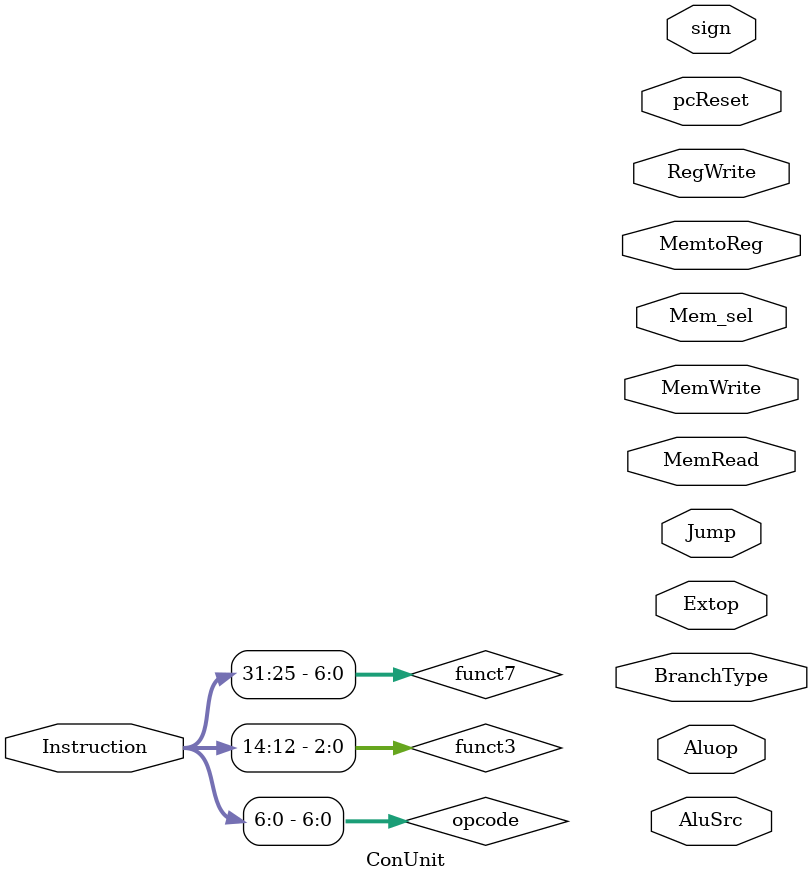
<source format=v>
`timescale 1ns / 1ps


module ConUnit(
    input[31:0] Instruction,
    
    output reg Jump,            //Ìø×ª
    output reg[2:0] BranchType, //branchÀàÐÍ
    output reg MemRead,         //¶Á´æ´¢Æ÷
    output reg MemtoReg,        //ALU- OUT / MEM OUT-> REG
    output reg[4:0] Aluop,      //ALU²Ù×÷
    output reg MemWrite,        //Ð´´æ´¢Æ÷
    output reg AluSrc,          //ALUY µÄÊý¾ÝÀ´Ô´
    output reg RegWrite,        //Ð´¼Ä´æÆ÷
    output reg pcReset,         //pcÖØÖÃ
    output reg sign,            //load/store byte/half wordÊ±²»Âú32Î»µÄÊý¾ÝÎ»·ûºÅÀ©Õ¹»¹ÊÇÎÞ·ûºÅÀ©Õ¹£¬¶ÔÓ¦ÓÚlhu/lh  lbu/lb
    output reg Extop,           //Ext·ûºÅÀ©Õ¹»¹ÊÇÎÞ·ûºÅÀ©Õ¹
    output reg[3:0]Mem_sel      //byte / halfword / word
    );
    reg[6:0] opcode;
    reg[2:0] funct3;
    reg[6:0] funct7;
    always@(*)begin
        opcode <= Instruction[6:0];
        funct3 <= Instruction[14:12];
        funct7 <= Instruction[31:25];
        
        case(opcode)
            7'b0110011:begin//R-TYPE
                Jump<=0;
                BranchType<=3'b000;
                MemRead<=0;
                MemtoReg<=1;//ALU
                MemWrite<=0;
                AluSrc<=0;//REG
                RegWrite<=1;
                pcReset<=0;
                case({funct3,funct7})
                    10'b000_0000000:begin Aluop<=5'b00001;end//add
                    10'b000_0100000:begin Aluop<=5'b00010;end//sub
                    10'b100_0000000:begin Aluop<=5'b00111;end//xor
                    10'b110_0000000:begin Aluop<=5'b00110;end//or
                    10'b111_0000000:begin Aluop<=5'b00101;end//and
                    10'b001_0000000:begin Aluop<=5'b01000;end//sll
                    10'b101_0000000:begin Aluop<=5'b01001;end//srl
                    10'b101_0100000:begin Aluop<=5'b01011;end//sra
                    10'b010_0000000:begin Aluop<=5'b01100;end//slt
                    10'b011_0000000:begin Aluop<=5'b01101;end//sltu
                endcase
           end
           7'b0010011:begin//I-TYPE
                Jump<=0;
                BranchType<=3'b000;
                MemRead<=0;
                MemtoReg<=1;//ALU
                MemWrite<=0;
                AluSrc<=1;//EXT
                RegWrite<=1;
                pcReset<=0;
                
                Mem_sel<=4'b1111;//32Î»
                case(funct3)
                    3'b000:begin Aluop<=5'b00001;end//addi
                    3'b100:begin Aluop<=5'b00111;end//xori
                    3'b110:begin Aluop<=5'b00110;end//ori
                    3'b111:begin Aluop<=5'b00101;end//andi
                    3'b001:begin Aluop<=5'b01000;end//slli ////////////////////////////////unfinished
                    3'b101:begin                    
                        if(Instruction[31:25]==7'b0000000)begin//srli /////////////////////unfinished
                            Aluop<=5'b01001;
                        end
                        else begin
                            Aluop<=5'b01011;//srai ///////////////////////////unfinished
                        end
                    end
                    3'b010:begin Aluop<=5'b01100;end//slti
                    3'b011:begin Aluop<=5'b01101;end//sltiu
                endcase
            end
            7'b0000011:begin//I-TYPE LOAD
                Jump<=0;
                BranchType<=3'b000;
                MemRead<=1;
                MemtoReg<=0;//MEM
                MemWrite<=0;
                AluSrc<=1;//EXT
                RegWrite<=1;
                pcReset<=0;
                Extop<=1;
                Aluop<=5'b000001;
                case(funct3)
                    3'b000:begin Mem_sel<=4'b0001;sign<=1;end//lb
                    3'b001:begin Mem_sel<=4'b0011;sign<=1;end//lh
                    3'b010:begin Mem_sel<=4'b1111;sign<=1;end//lw
                    3'b100:begin Mem_sel<=4'b0001;sign<=0;end//lbu
                    3'b101:begin Mem_sel<=4'b0011;sign<=0;end//lhu
                endcase
            end
            7'b0100011:begin//S-TYPE
                Jump<=0;
                BranchType<=3'b000;
                MemRead<=0;    
                MemWrite<=1;
                AluSrc<=1;//EXT
                RegWrite<=0;
                pcReset<=0;
                Aluop<=5'b000001;
                case(funct3)
                    3'b000:begin Mem_sel<=4'b0001;sign<=1;end//sb
                    3'b001:begin Mem_sel<=4'b0011;sign<=1;end//sh
                    3'b010:begin Mem_sel<=4'b1111;sign<=1;end//sw
                endcase
            end
            7'b1100011:begin//B-TYPE
                Jump<=0;
                MemRead<=0;    
                MemWrite<=0;
                RegWrite<=0;
                pcReset<=0;
                Extop<=0;
                case(funct3)
                    3'b000:begin Aluop<=5'b00010;BranchType<=3'b001;end//beq
                    3'b001:begin Aluop<=5'b00010;BranchType<=3'b010;end//bne
                    3'b100:begin Aluop<=5'b01101;BranchType<=3'b011;end//blt
                    3'b101:begin Aluop<=5'b01101;BranchType<=3'b100;end//bge
                    3'b110:begin Aluop<=5'b01100;BranchType<=3'b101;end//bltu
                    3'b111:begin Aluop<=5'b01100;BranchType<=3'b110;end//bgeu
                endcase
            end
            7'b1101111:begin//J
                Jump<=1;
            end        
        endcase             
    end
endmodule

</source>
